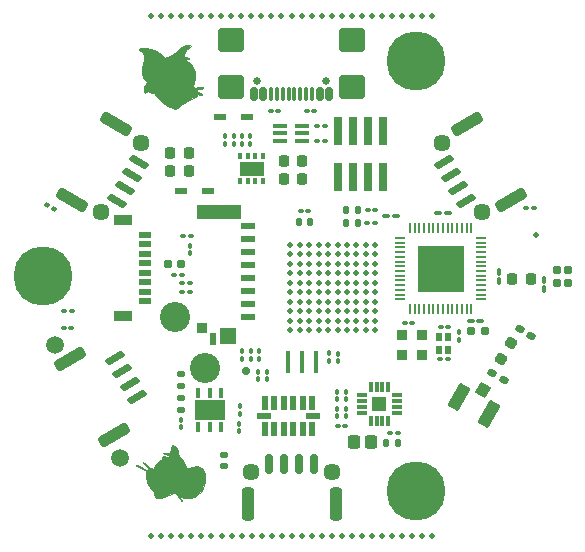
<source format=gbr>
%TF.GenerationSoftware,KiCad,Pcbnew,9.0.5*%
%TF.CreationDate,2025-10-20T13:37:52+02:00*%
%TF.ProjectId,PCB_PAPI,5043425f-5041-4504-992e-6b696361645f,rev?*%
%TF.SameCoordinates,Original*%
%TF.FileFunction,Soldermask,Top*%
%TF.FilePolarity,Negative*%
%FSLAX46Y46*%
G04 Gerber Fmt 4.6, Leading zero omitted, Abs format (unit mm)*
G04 Created by KiCad (PCBNEW 9.0.5) date 2025-10-20 13:37:52*
%MOMM*%
%LPD*%
G01*
G04 APERTURE LIST*
G04 Aperture macros list*
%AMRoundRect*
0 Rectangle with rounded corners*
0 $1 Rounding radius*
0 $2 $3 $4 $5 $6 $7 $8 $9 X,Y pos of 4 corners*
0 Add a 4 corners polygon primitive as box body*
4,1,4,$2,$3,$4,$5,$6,$7,$8,$9,$2,$3,0*
0 Add four circle primitives for the rounded corners*
1,1,$1+$1,$2,$3*
1,1,$1+$1,$4,$5*
1,1,$1+$1,$6,$7*
1,1,$1+$1,$8,$9*
0 Add four rect primitives between the rounded corners*
20,1,$1+$1,$2,$3,$4,$5,0*
20,1,$1+$1,$4,$5,$6,$7,0*
20,1,$1+$1,$6,$7,$8,$9,0*
20,1,$1+$1,$8,$9,$2,$3,0*%
%AMRotRect*
0 Rectangle, with rotation*
0 The origin of the aperture is its center*
0 $1 length*
0 $2 width*
0 $3 Rotation angle, in degrees counterclockwise*
0 Add horizontal line*
21,1,$1,$2,0,0,$3*%
G04 Aperture macros list end*
%ADD10C,0.100000*%
%ADD11C,0.650000*%
%ADD12RoundRect,0.150000X0.150000X0.425000X-0.150000X0.425000X-0.150000X-0.425000X0.150000X-0.425000X0*%
%ADD13RoundRect,0.075000X0.075000X0.500000X-0.075000X0.500000X-0.075000X-0.500000X0.075000X-0.500000X0*%
%ADD14RoundRect,0.250000X0.840000X0.750000X-0.840000X0.750000X-0.840000X-0.750000X0.840000X-0.750000X0*%
%ADD15C,0.500000*%
%ADD16RoundRect,0.100000X-0.100000X0.130000X-0.100000X-0.130000X0.100000X-0.130000X0.100000X0.130000X0*%
%ADD17RoundRect,0.155000X-0.261530X-0.027984X0.106530X-0.240484X0.261530X0.027984X-0.106530X0.240484X0*%
%ADD18RoundRect,0.150000X0.531218X-0.479904X0.681218X-0.220096X-0.531218X0.479904X-0.681218X0.220096X0*%
%ADD19RoundRect,0.250000X0.870929X-0.791506X1.120929X-0.358494X-0.870929X0.791506X-1.120929X0.358494X0*%
%ADD20RoundRect,0.100000X0.130000X0.100000X-0.130000X0.100000X-0.130000X-0.100000X0.130000X-0.100000X0*%
%ADD21RoundRect,0.147500X0.147500X0.172500X-0.147500X0.172500X-0.147500X-0.172500X0.147500X-0.172500X0*%
%ADD22RoundRect,0.100000X-0.130000X-0.100000X0.130000X-0.100000X0.130000X0.100000X-0.130000X0.100000X0*%
%ADD23RoundRect,0.100000X-0.162583X-0.021603X0.062583X-0.151603X0.162583X0.021603X-0.062583X0.151603X0*%
%ADD24RoundRect,0.150000X-0.681218X-0.220096X-0.531218X-0.479904X0.681218X0.220096X0.531218X0.479904X0*%
%ADD25RoundRect,0.250000X-1.120929X-0.358494X-0.870929X-0.791506X1.120929X0.358494X0.870929X0.791506X0*%
%ADD26RoundRect,0.100000X0.100000X-0.130000X0.100000X0.130000X-0.100000X0.130000X-0.100000X-0.130000X0*%
%ADD27R,0.410000X0.510000*%
%ADD28R,2.000000X1.200000*%
%ADD29RoundRect,0.155000X-0.212500X-0.155000X0.212500X-0.155000X0.212500X0.155000X-0.212500X0.155000X0*%
%ADD30RoundRect,0.140000X0.170000X-0.140000X0.170000X0.140000X-0.170000X0.140000X-0.170000X-0.140000X0*%
%ADD31C,0.800000*%
%ADD32C,5.000000*%
%ADD33RoundRect,0.225000X0.225000X0.250000X-0.225000X0.250000X-0.225000X-0.250000X0.225000X-0.250000X0*%
%ADD34RotRect,1.050000X2.200000X150.000000*%
%ADD35RotRect,1.000000X1.050000X150.000000*%
%ADD36RoundRect,0.140000X0.140000X0.170000X-0.140000X0.170000X-0.140000X-0.170000X0.140000X-0.170000X0*%
%ADD37RoundRect,0.100000X-0.100000X0.217500X-0.100000X-0.217500X0.100000X-0.217500X0.100000X0.217500X0*%
%ADD38RoundRect,0.147500X-0.147500X-0.172500X0.147500X-0.172500X0.147500X0.172500X-0.147500X0.172500X0*%
%ADD39C,0.470000*%
%ADD40RoundRect,0.225000X-0.225000X-0.250000X0.225000X-0.250000X0.225000X0.250000X-0.225000X0.250000X0*%
%ADD41RoundRect,0.100000X-0.217500X-0.100000X0.217500X-0.100000X0.217500X0.100000X-0.217500X0.100000X0*%
%ADD42RoundRect,0.100000X0.217500X0.100000X-0.217500X0.100000X-0.217500X-0.100000X0.217500X-0.100000X0*%
%ADD43R,0.740000X2.400000*%
%ADD44R,1.085000X0.550000*%
%ADD45RoundRect,0.147500X-0.172500X0.147500X-0.172500X-0.147500X0.172500X-0.147500X0.172500X0.147500X0*%
%ADD46RoundRect,0.250000X-0.295000X-0.315000X0.295000X-0.315000X0.295000X0.315000X-0.295000X0.315000X0*%
%ADD47R,0.550000X1.145000*%
%ADD48R,1.145000X0.550000*%
%ADD49R,1.250000X0.600000*%
%ADD50R,3.790000X1.200000*%
%ADD51R,1.400000X1.450000*%
%ADD52R,0.600000X1.000000*%
%ADD53R,0.850000X0.950000*%
%ADD54R,0.300000X0.850000*%
%ADD55R,2.500000X1.700000*%
%ADD56R,0.400000X1.900000*%
%ADD57RoundRect,0.150000X0.150000X0.700000X-0.150000X0.700000X-0.150000X-0.700000X0.150000X-0.700000X0*%
%ADD58RoundRect,0.250000X0.250000X1.150000X-0.250000X1.150000X-0.250000X-1.150000X0.250000X-1.150000X0*%
%ADD59RoundRect,0.218750X-0.112544X0.317568X-0.331294X-0.061318X0.112544X-0.317568X0.331294X0.061318X0*%
%ADD60RoundRect,0.155000X0.212500X0.155000X-0.212500X0.155000X-0.212500X-0.155000X0.212500X-0.155000X0*%
%ADD61R,1.200000X0.400000*%
%ADD62RoundRect,0.150000X0.681218X0.220096X0.531218X0.479904X-0.681218X-0.220096X-0.531218X-0.479904X0*%
%ADD63RoundRect,0.250000X1.120929X0.358494X0.870929X0.791506X-1.120929X-0.358494X-0.870929X-0.791506X0*%
%ADD64RoundRect,0.100000X0.100000X-0.217500X0.100000X0.217500X-0.100000X0.217500X-0.100000X-0.217500X0*%
%ADD65RoundRect,0.155000X-0.155000X0.212500X-0.155000X-0.212500X0.155000X-0.212500X0.155000X0.212500X0*%
%ADD66RoundRect,0.050000X0.350000X0.050000X-0.350000X0.050000X-0.350000X-0.050000X0.350000X-0.050000X0*%
%ADD67RoundRect,0.050000X0.050000X0.350000X-0.050000X0.350000X-0.050000X-0.350000X0.050000X-0.350000X0*%
%ADD68R,4.000000X4.000000*%
%ADD69R,0.900000X0.900000*%
%ADD70R,0.550000X0.750000*%
%ADD71R,1.000000X0.500000*%
%ADD72R,1.600000X0.900000*%
%ADD73C,0.700000*%
%ADD74R,0.850000X0.300000*%
%ADD75R,1.250000X1.250000*%
%ADD76RoundRect,0.218750X0.218750X0.256250X-0.218750X0.256250X-0.218750X-0.256250X0.218750X-0.256250X0*%
%ADD77C,1.450000*%
%ADD78C,2.550000*%
%ADD79C,1.500000*%
G04 APERTURE END LIST*
D10*
X120480000Y-63510000D02*
X120090000Y-63910000D01*
X119920000Y-64240000D01*
X119920000Y-64420000D01*
X119960000Y-64450000D01*
X120030000Y-64480000D01*
X120170000Y-64520000D01*
X120260000Y-64560000D01*
X120280000Y-64590000D01*
X120280000Y-64630000D01*
X120210000Y-64630000D01*
X119910000Y-64590000D01*
X119900000Y-64620000D01*
X119920000Y-64680000D01*
X120025000Y-64750000D01*
X120120000Y-64800000D01*
X120200000Y-64860000D01*
X120310000Y-64910000D01*
X120420000Y-64980000D01*
X120530000Y-65090000D01*
X120690000Y-65410000D01*
X120820000Y-65780000D01*
X120850000Y-66070000D01*
X120830000Y-66250000D01*
X120650000Y-66950000D01*
X120680000Y-66980000D01*
X120860000Y-67090000D01*
X120930000Y-67070000D01*
X121040000Y-67050000D01*
X121250000Y-67030000D01*
X121470000Y-67030000D01*
X121530000Y-67050000D01*
X121510000Y-67110000D01*
X121420000Y-67150000D01*
X121030000Y-67180000D01*
X120950000Y-67200000D01*
X120960000Y-67260000D01*
X121010000Y-67450000D01*
X121080000Y-67470000D01*
X121290000Y-67560000D01*
X121410000Y-67620000D01*
X121430000Y-67660000D01*
X121420000Y-67700000D01*
X121260000Y-67680000D01*
X121090000Y-67590000D01*
X121030000Y-67570000D01*
X121010000Y-67610000D01*
X120990000Y-67700000D01*
X120920000Y-67830000D01*
X120520000Y-68010000D01*
X120380000Y-68090000D01*
X120190000Y-68230000D01*
X119980000Y-68350000D01*
X119710000Y-68480000D01*
X119600000Y-68590000D01*
X119500000Y-68710000D01*
X119390000Y-68810000D01*
X119160000Y-68880000D01*
X118940000Y-68820000D01*
X118680000Y-68690000D01*
X118520000Y-68600000D01*
X118350000Y-68540000D01*
X117990000Y-68240000D01*
X117850000Y-68080000D01*
X117710000Y-67940000D01*
X117650000Y-67875000D01*
X117530000Y-67750000D01*
X117360000Y-67560000D01*
X117130000Y-67500000D01*
X117000000Y-67480000D01*
X116910000Y-67410000D01*
X116860000Y-67390000D01*
X116780000Y-67410000D01*
X116680000Y-67460000D01*
X116570000Y-67490000D01*
X116540000Y-67370000D01*
X116540000Y-67230000D01*
X116550000Y-67060000D01*
X116640000Y-66780000D01*
X116740000Y-66610000D01*
X116660000Y-66520000D01*
X116550000Y-66370000D01*
X116410000Y-66140000D01*
X116360000Y-65910000D01*
X116340000Y-65680000D01*
X116370000Y-65400000D01*
X116510000Y-64730000D01*
X116550000Y-64380000D01*
X116410000Y-64060000D01*
X116250000Y-63960000D01*
X116110000Y-63910000D01*
X116130000Y-63820000D01*
X116290000Y-63720000D01*
X116600000Y-63730000D01*
X117120000Y-63780000D01*
X117600000Y-64000000D01*
X118310000Y-64570000D01*
X118440000Y-64500000D01*
X118720000Y-64390000D01*
X118910000Y-64300000D01*
X119170000Y-64150000D01*
X119550000Y-63700000D01*
X120050000Y-63490000D01*
X120400000Y-63450000D01*
X120480000Y-63510000D01*
G36*
X120480000Y-63510000D02*
G01*
X120090000Y-63910000D01*
X119920000Y-64240000D01*
X119920000Y-64420000D01*
X119960000Y-64450000D01*
X120030000Y-64480000D01*
X120170000Y-64520000D01*
X120260000Y-64560000D01*
X120280000Y-64590000D01*
X120280000Y-64630000D01*
X120210000Y-64630000D01*
X119910000Y-64590000D01*
X119900000Y-64620000D01*
X119920000Y-64680000D01*
X120025000Y-64750000D01*
X120120000Y-64800000D01*
X120200000Y-64860000D01*
X120310000Y-64910000D01*
X120420000Y-64980000D01*
X120530000Y-65090000D01*
X120690000Y-65410000D01*
X120820000Y-65780000D01*
X120850000Y-66070000D01*
X120830000Y-66250000D01*
X120650000Y-66950000D01*
X120680000Y-66980000D01*
X120860000Y-67090000D01*
X120930000Y-67070000D01*
X121040000Y-67050000D01*
X121250000Y-67030000D01*
X121470000Y-67030000D01*
X121530000Y-67050000D01*
X121510000Y-67110000D01*
X121420000Y-67150000D01*
X121030000Y-67180000D01*
X120950000Y-67200000D01*
X120960000Y-67260000D01*
X121010000Y-67450000D01*
X121080000Y-67470000D01*
X121290000Y-67560000D01*
X121410000Y-67620000D01*
X121430000Y-67660000D01*
X121420000Y-67700000D01*
X121260000Y-67680000D01*
X121090000Y-67590000D01*
X121030000Y-67570000D01*
X121010000Y-67610000D01*
X120990000Y-67700000D01*
X120920000Y-67830000D01*
X120520000Y-68010000D01*
X120380000Y-68090000D01*
X120190000Y-68230000D01*
X119980000Y-68350000D01*
X119710000Y-68480000D01*
X119600000Y-68590000D01*
X119500000Y-68710000D01*
X119390000Y-68810000D01*
X119160000Y-68880000D01*
X118940000Y-68820000D01*
X118680000Y-68690000D01*
X118520000Y-68600000D01*
X118350000Y-68540000D01*
X117990000Y-68240000D01*
X117850000Y-68080000D01*
X117710000Y-67940000D01*
X117650000Y-67875000D01*
X117530000Y-67750000D01*
X117360000Y-67560000D01*
X117130000Y-67500000D01*
X117000000Y-67480000D01*
X116910000Y-67410000D01*
X116860000Y-67390000D01*
X116780000Y-67410000D01*
X116680000Y-67460000D01*
X116570000Y-67490000D01*
X116540000Y-67370000D01*
X116540000Y-67230000D01*
X116550000Y-67060000D01*
X116640000Y-66780000D01*
X116740000Y-66610000D01*
X116660000Y-66520000D01*
X116550000Y-66370000D01*
X116410000Y-66140000D01*
X116360000Y-65910000D01*
X116340000Y-65680000D01*
X116370000Y-65400000D01*
X116510000Y-64730000D01*
X116550000Y-64380000D01*
X116410000Y-64060000D01*
X116250000Y-63960000D01*
X116110000Y-63910000D01*
X116130000Y-63820000D01*
X116290000Y-63720000D01*
X116600000Y-63730000D01*
X117120000Y-63780000D01*
X117600000Y-64000000D01*
X118310000Y-64570000D01*
X118440000Y-64500000D01*
X118720000Y-64390000D01*
X118910000Y-64300000D01*
X119170000Y-64150000D01*
X119550000Y-63700000D01*
X120050000Y-63490000D01*
X120400000Y-63450000D01*
X120480000Y-63510000D01*
G37*
X119040000Y-97400000D02*
X119190000Y-97530000D01*
X119280000Y-97660000D01*
X119350000Y-97810000D01*
X119430000Y-98030000D01*
X119470000Y-98240000D01*
X119530000Y-98340000D01*
X119660000Y-98460000D01*
X119880000Y-98760000D01*
X120050000Y-99160000D01*
X120120000Y-99270000D01*
X120240000Y-99280000D01*
X120620000Y-99170000D01*
X120980000Y-99100000D01*
X121190000Y-99150000D01*
X121380000Y-99270000D01*
X121540000Y-99470000D01*
X121660000Y-99740000D01*
X121700000Y-100050000D01*
X121690000Y-100340000D01*
X121620000Y-100690000D01*
X121470000Y-101010000D01*
X121300000Y-101300000D01*
X121070000Y-101510000D01*
X120800000Y-101690000D01*
X120430000Y-101810000D01*
X119990000Y-101820000D01*
X119610000Y-101750000D01*
X119560000Y-101730000D01*
X119550000Y-101740000D01*
X119590000Y-101780000D01*
X119710000Y-101990000D01*
X119720000Y-102020000D01*
X119720000Y-102070000D01*
X119670000Y-102070000D01*
X119610000Y-102010000D01*
X119480847Y-101825000D01*
X119320000Y-101600000D01*
X119200000Y-101450000D01*
X119150000Y-101400000D01*
X119120000Y-101400000D01*
X119060000Y-101430000D01*
X118640000Y-101540000D01*
X118410000Y-101620000D01*
X118300000Y-101700000D01*
X118170000Y-101730000D01*
X117950000Y-101830000D01*
X117790000Y-101850000D01*
X117690000Y-101840000D01*
X117540000Y-101780000D01*
X117460000Y-101680000D01*
X117400000Y-101540000D01*
X117360000Y-101400000D01*
X117350000Y-101280000D01*
X117140000Y-101060000D01*
X116950000Y-100760000D01*
X116800000Y-100460000D01*
X116740000Y-100290000D01*
X116690000Y-100110000D01*
X116670000Y-99980000D01*
X116670000Y-99810000D01*
X116700000Y-99670000D01*
X116710000Y-99580000D01*
X116680000Y-99530000D01*
X116450000Y-99400000D01*
X116060000Y-99210000D01*
X115860000Y-99110000D01*
X115820000Y-99070000D01*
X115820000Y-99030000D01*
X115870000Y-99020000D01*
X115920000Y-99030000D01*
X116070000Y-99100000D01*
X116450000Y-99260000D01*
X116690000Y-99410000D01*
X116770000Y-99430000D01*
X116800000Y-99410000D01*
X116840000Y-99360000D01*
X116860000Y-99320000D01*
X116830000Y-99250000D01*
X116430000Y-98830000D01*
X116420000Y-98800000D01*
X116430000Y-98770000D01*
X116460000Y-98770000D01*
X116650000Y-98910000D01*
X116980000Y-99250000D01*
X117020000Y-99260000D01*
X117120000Y-99260000D01*
X117230000Y-99280000D01*
X117290000Y-99320000D01*
X117330000Y-99320000D01*
X117380000Y-99250000D01*
X117460000Y-99080000D01*
X117550000Y-98930000D01*
X117660000Y-98780000D01*
X117790000Y-98670000D01*
X117950000Y-98560000D01*
X118000000Y-98510000D01*
X118150000Y-98270000D01*
X118210000Y-98270000D01*
X118500000Y-98320000D01*
X118570000Y-98320000D01*
X118590000Y-98290000D01*
X118610000Y-98210000D01*
X118570000Y-98170000D01*
X118300000Y-98080000D01*
X118190000Y-98050000D01*
X118150000Y-98030000D01*
X118130000Y-97980000D01*
X118170000Y-97970000D01*
X118260000Y-97970000D01*
X118380000Y-97980000D01*
X118580000Y-98010000D01*
X118680000Y-98030000D01*
X118720000Y-98000000D01*
X118770000Y-97780000D01*
X118790000Y-97610000D01*
X118840000Y-97420000D01*
X118890000Y-97360000D01*
X118950000Y-97360000D01*
X119040000Y-97400000D01*
G36*
X119040000Y-97400000D02*
G01*
X119190000Y-97530000D01*
X119280000Y-97660000D01*
X119350000Y-97810000D01*
X119430000Y-98030000D01*
X119470000Y-98240000D01*
X119530000Y-98340000D01*
X119660000Y-98460000D01*
X119880000Y-98760000D01*
X120050000Y-99160000D01*
X120120000Y-99270000D01*
X120240000Y-99280000D01*
X120620000Y-99170000D01*
X120980000Y-99100000D01*
X121190000Y-99150000D01*
X121380000Y-99270000D01*
X121540000Y-99470000D01*
X121660000Y-99740000D01*
X121700000Y-100050000D01*
X121690000Y-100340000D01*
X121620000Y-100690000D01*
X121470000Y-101010000D01*
X121300000Y-101300000D01*
X121070000Y-101510000D01*
X120800000Y-101690000D01*
X120430000Y-101810000D01*
X119990000Y-101820000D01*
X119610000Y-101750000D01*
X119560000Y-101730000D01*
X119550000Y-101740000D01*
X119590000Y-101780000D01*
X119710000Y-101990000D01*
X119720000Y-102020000D01*
X119720000Y-102070000D01*
X119670000Y-102070000D01*
X119610000Y-102010000D01*
X119480847Y-101825000D01*
X119320000Y-101600000D01*
X119200000Y-101450000D01*
X119150000Y-101400000D01*
X119120000Y-101400000D01*
X119060000Y-101430000D01*
X118640000Y-101540000D01*
X118410000Y-101620000D01*
X118300000Y-101700000D01*
X118170000Y-101730000D01*
X117950000Y-101830000D01*
X117790000Y-101850000D01*
X117690000Y-101840000D01*
X117540000Y-101780000D01*
X117460000Y-101680000D01*
X117400000Y-101540000D01*
X117360000Y-101400000D01*
X117350000Y-101280000D01*
X117140000Y-101060000D01*
X116950000Y-100760000D01*
X116800000Y-100460000D01*
X116740000Y-100290000D01*
X116690000Y-100110000D01*
X116670000Y-99980000D01*
X116670000Y-99810000D01*
X116700000Y-99670000D01*
X116710000Y-99580000D01*
X116680000Y-99530000D01*
X116450000Y-99400000D01*
X116060000Y-99210000D01*
X115860000Y-99110000D01*
X115820000Y-99070000D01*
X115820000Y-99030000D01*
X115870000Y-99020000D01*
X115920000Y-99030000D01*
X116070000Y-99100000D01*
X116450000Y-99260000D01*
X116690000Y-99410000D01*
X116770000Y-99430000D01*
X116800000Y-99410000D01*
X116840000Y-99360000D01*
X116860000Y-99320000D01*
X116830000Y-99250000D01*
X116430000Y-98830000D01*
X116420000Y-98800000D01*
X116430000Y-98770000D01*
X116460000Y-98770000D01*
X116650000Y-98910000D01*
X116980000Y-99250000D01*
X117020000Y-99260000D01*
X117120000Y-99260000D01*
X117230000Y-99280000D01*
X117290000Y-99320000D01*
X117330000Y-99320000D01*
X117380000Y-99250000D01*
X117460000Y-99080000D01*
X117550000Y-98930000D01*
X117660000Y-98780000D01*
X117790000Y-98670000D01*
X117950000Y-98560000D01*
X118000000Y-98510000D01*
X118150000Y-98270000D01*
X118210000Y-98270000D01*
X118500000Y-98320000D01*
X118570000Y-98320000D01*
X118590000Y-98290000D01*
X118610000Y-98210000D01*
X118570000Y-98170000D01*
X118300000Y-98080000D01*
X118190000Y-98050000D01*
X118150000Y-98030000D01*
X118130000Y-97980000D01*
X118170000Y-97970000D01*
X118260000Y-97970000D01*
X118380000Y-97980000D01*
X118580000Y-98010000D01*
X118680000Y-98030000D01*
X118720000Y-98000000D01*
X118770000Y-97780000D01*
X118790000Y-97610000D01*
X118840000Y-97420000D01*
X118890000Y-97360000D01*
X118950000Y-97360000D01*
X119040000Y-97400000D01*
G37*
D11*
%TO.C,J1*%
X131890000Y-66505000D03*
X126110000Y-66505000D03*
D12*
X132200000Y-67580000D03*
X131400000Y-67580000D03*
D13*
X130250000Y-67580000D03*
X129250000Y-67580000D03*
X128750000Y-67580000D03*
X127750000Y-67580000D03*
D12*
X126600000Y-67580000D03*
X125800000Y-67580000D03*
X125800000Y-67580000D03*
X126600000Y-67580000D03*
D13*
X127250000Y-67580000D03*
X128250000Y-67580000D03*
X129750000Y-67580000D03*
X130750000Y-67580000D03*
D12*
X131400000Y-67580000D03*
X132200000Y-67580000D03*
D14*
X134110000Y-67005000D03*
X134110000Y-63075000D03*
X123890000Y-67005000D03*
X123890000Y-63075000D03*
%TD*%
D15*
%TO.C,REF\u002A\u002A*%
X140075000Y-105025000D03*
X140925000Y-105025000D03*
%TD*%
%TO.C,REF\u002A\u002A*%
X138375000Y-105025000D03*
X139225000Y-105025000D03*
%TD*%
%TO.C,REF\u002A\u002A*%
X134125000Y-105025000D03*
X134975000Y-105025000D03*
X135825000Y-105025000D03*
X136675000Y-105025000D03*
X137525000Y-105025000D03*
%TD*%
%TO.C,REF\u002A\u002A*%
X129875000Y-105025000D03*
X130725000Y-105025000D03*
X131575000Y-105025000D03*
X132425000Y-105025000D03*
X133275000Y-105025000D03*
%TD*%
%TO.C,REF\u002A\u002A*%
X125625000Y-105025000D03*
X126475000Y-105025000D03*
X127325000Y-105025000D03*
X128175000Y-105025000D03*
X129025000Y-105025000D03*
%TD*%
%TO.C,REF\u002A\u002A*%
X121375000Y-105025000D03*
X122225000Y-105025000D03*
X123075000Y-105025000D03*
X123925000Y-105025000D03*
X124775000Y-105025000D03*
%TD*%
%TO.C,REF\u002A\u002A*%
X117125000Y-105025000D03*
X117975000Y-105025000D03*
X118825000Y-105025000D03*
X119675000Y-105025000D03*
X120525000Y-105025000D03*
%TD*%
%TO.C,REF\u002A\u002A*%
X140050000Y-61000000D03*
X140900000Y-61000000D03*
%TD*%
%TO.C,REF\u002A\u002A*%
X138350000Y-61000000D03*
X139200000Y-61000000D03*
%TD*%
%TO.C,REF\u002A\u002A*%
X134100000Y-61000000D03*
X134950000Y-61000000D03*
X135800000Y-61000000D03*
X136650000Y-61000000D03*
X137500000Y-61000000D03*
%TD*%
%TO.C,REF\u002A\u002A*%
X129850000Y-61000000D03*
X130700000Y-61000000D03*
X131550000Y-61000000D03*
X132400000Y-61000000D03*
X133250000Y-61000000D03*
%TD*%
%TO.C,REF\u002A\u002A*%
X125600000Y-61000000D03*
X126450000Y-61000000D03*
X127300000Y-61000000D03*
X128150000Y-61000000D03*
X129000000Y-61000000D03*
%TD*%
%TO.C,REF\u002A\u002A*%
X121350000Y-61000000D03*
X122200000Y-61000000D03*
X123050000Y-61000000D03*
X123900000Y-61000000D03*
X124750000Y-61000000D03*
%TD*%
%TO.C,REF\u002A\u002A*%
X117100000Y-61000000D03*
X117950000Y-61000000D03*
X118800000Y-61000000D03*
X119650000Y-61000000D03*
X120500000Y-61000000D03*
%TD*%
D16*
%TO.C,R20*%
X124800000Y-71200000D03*
X124800000Y-71840000D03*
%TD*%
D17*
%TO.C,C69*%
X148308531Y-87516250D03*
X149291469Y-88083750D03*
%TD*%
D18*
%TO.C,TOF3*%
X114248756Y-76648798D03*
X114873756Y-75566266D03*
X115498756Y-74483734D03*
X116123756Y-73401202D03*
D19*
X110422571Y-76575945D03*
X114147571Y-70124055D03*
%TD*%
D20*
%TO.C,C29*%
X119720000Y-82900000D03*
X119080000Y-82900000D03*
%TD*%
D21*
%TO.C,LEDRED1*%
X130591205Y-78467982D03*
X129621205Y-78467982D03*
%TD*%
D22*
%TO.C,C40*%
X141620000Y-87310000D03*
X142260000Y-87310000D03*
%TD*%
D23*
%TO.C,R24*%
X108327872Y-77031340D03*
X108882128Y-77351340D03*
%TD*%
D24*
%TO.C,TOF1*%
X141876244Y-73401202D03*
X142501244Y-74483734D03*
X143126244Y-75566266D03*
X143751244Y-76648798D03*
D25*
X143852429Y-70124055D03*
X147577429Y-76575945D03*
%TD*%
D20*
%TO.C,R45*%
X110370000Y-87400000D03*
X109730000Y-87400000D03*
%TD*%
D26*
%TO.C,R2*%
X125540000Y-90020000D03*
X125540000Y-89380000D03*
%TD*%
D27*
%TO.C,IC2*%
X124650000Y-75000000D03*
X125300000Y-75000000D03*
X125950000Y-75000000D03*
X126600000Y-75000000D03*
X126600000Y-72900000D03*
X125950000Y-72900000D03*
X125300000Y-72900000D03*
X124650000Y-72900000D03*
D28*
X125625000Y-73950000D03*
%TD*%
D29*
%TO.C,C62*%
X144232500Y-87700000D03*
X145367500Y-87700000D03*
%TD*%
D20*
%TO.C,R33*%
X149490000Y-77300000D03*
X148850000Y-77300000D03*
%TD*%
D16*
%TO.C,R19*%
X124100000Y-71200000D03*
X124100000Y-71840000D03*
%TD*%
D30*
%TO.C,C22*%
X119650000Y-92310000D03*
X119650000Y-91350000D03*
%TD*%
D31*
%TO.C,H1*%
X137625000Y-101186533D03*
X138174175Y-99860708D03*
X138174175Y-102512358D03*
X139500000Y-99311533D03*
D32*
X139500000Y-101186533D03*
D31*
X139500000Y-103061533D03*
X140825825Y-99860708D03*
X140825825Y-102512358D03*
X141375000Y-101186533D03*
%TD*%
D33*
%TO.C,C21*%
X120300000Y-72600000D03*
X118750000Y-72600000D03*
%TD*%
D34*
%TO.C,J2*%
X145727387Y-94712500D03*
X143172613Y-93237500D03*
D35*
X145212500Y-92654311D03*
%TD*%
D22*
%TO.C,R38*%
X119755000Y-83650000D03*
X120395000Y-83650000D03*
%TD*%
D20*
%TO.C,C39*%
X139240000Y-87000000D03*
X138600000Y-87000000D03*
%TD*%
D36*
%TO.C,C45*%
X137980000Y-97200000D03*
X137020000Y-97200000D03*
%TD*%
D37*
%TO.C,C63*%
X150400000Y-83342500D03*
X150400000Y-84157500D03*
%TD*%
D16*
%TO.C,R30*%
X133600000Y-94255000D03*
X133600000Y-94895000D03*
%TD*%
D38*
%TO.C,LEDBLUE1*%
X133640000Y-77407982D03*
X134610000Y-77407982D03*
%TD*%
D22*
%TO.C,R10*%
X131180000Y-71600000D03*
X131820000Y-71600000D03*
%TD*%
D26*
%TO.C,C26*%
X123400000Y-71840000D03*
X123400000Y-71200000D03*
%TD*%
D20*
%TO.C,R4*%
X136080000Y-77430000D03*
X135440000Y-77430000D03*
%TD*%
D39*
%TO.C,U1*%
X128900000Y-87600000D03*
X128900000Y-86800000D03*
X128900000Y-86000000D03*
X128900000Y-85200000D03*
X128900000Y-84400000D03*
X128900000Y-83600000D03*
X128900000Y-82800000D03*
X128900000Y-82000000D03*
X128900000Y-81200000D03*
X128900000Y-80400000D03*
X129700000Y-87600000D03*
X129700000Y-86800000D03*
X129700000Y-86000000D03*
X129700000Y-85200000D03*
X129700000Y-84400000D03*
X129700000Y-83600000D03*
X129700000Y-82800000D03*
X129700000Y-82000000D03*
X129700000Y-81200000D03*
X129700000Y-80400000D03*
X130500000Y-87600000D03*
X130500000Y-86800000D03*
X130500000Y-86000000D03*
X130500000Y-85200000D03*
X130500000Y-84400000D03*
X130500000Y-83600000D03*
X130500000Y-82800000D03*
X130500000Y-82000000D03*
X130500000Y-81200000D03*
X130500000Y-80400000D03*
X131300000Y-87600000D03*
X131300000Y-86800000D03*
X131300000Y-86000000D03*
X131300000Y-85200000D03*
X131300000Y-84400000D03*
X131300000Y-83600000D03*
X131300000Y-82800000D03*
X131300000Y-82000000D03*
X131300000Y-81200000D03*
X131300000Y-80400000D03*
X132100000Y-87600000D03*
X132100000Y-86800000D03*
X132100000Y-86000000D03*
X132100000Y-85200000D03*
X132100000Y-84400000D03*
X132100000Y-83600000D03*
X132100000Y-82800000D03*
X132100000Y-82000000D03*
X132100000Y-81200000D03*
X132100000Y-80400000D03*
X132900000Y-87600000D03*
X132900000Y-86800000D03*
X132900000Y-86000000D03*
X132900000Y-85200000D03*
X132900000Y-84400000D03*
X132900000Y-83600000D03*
X132900000Y-82800000D03*
X132900000Y-82000000D03*
X132900000Y-81200000D03*
X132900000Y-80400000D03*
X133700000Y-87600000D03*
X133700000Y-86800000D03*
X133700000Y-86000000D03*
X133700000Y-85200000D03*
X133700000Y-84400000D03*
X133700000Y-83600000D03*
X133700000Y-82800000D03*
X133700000Y-82000000D03*
X133700000Y-81200000D03*
X133700000Y-80400000D03*
X134500000Y-87600000D03*
X134500000Y-86800000D03*
X134500000Y-86000000D03*
X134500000Y-85200000D03*
X134500000Y-84400000D03*
X134500000Y-83600000D03*
X134500000Y-82800000D03*
X134500000Y-82000000D03*
X134500000Y-81200000D03*
X134500000Y-80400000D03*
X135300000Y-87600000D03*
X135300000Y-86800000D03*
X135300000Y-86000000D03*
X135300000Y-85200000D03*
X135300000Y-84400000D03*
X135300000Y-83600000D03*
X135300000Y-82800000D03*
X135300000Y-82000000D03*
X135300000Y-81200000D03*
X135300000Y-80400000D03*
X136100000Y-87600000D03*
X136100000Y-86800000D03*
X136100000Y-86000000D03*
X136100000Y-85200000D03*
X136100000Y-84400000D03*
X136100000Y-83600000D03*
X136100000Y-82800000D03*
X136100000Y-82000000D03*
X136100000Y-81200000D03*
X136100000Y-80400000D03*
%TD*%
D40*
%TO.C,C27*%
X128350000Y-74800000D03*
X129900000Y-74800000D03*
%TD*%
D41*
%TO.C,C67*%
X141392500Y-77650000D03*
X142207500Y-77650000D03*
%TD*%
D20*
%TO.C,R3*%
X136070000Y-78527982D03*
X135430000Y-78527982D03*
%TD*%
D42*
%TO.C,C31*%
X137854170Y-77950000D03*
X137039170Y-77950000D03*
%TD*%
D26*
%TO.C,C1*%
X126270000Y-90030000D03*
X126270000Y-89390000D03*
%TD*%
D43*
%TO.C,USBJUMP1*%
X132895000Y-74650000D03*
X132895000Y-70750000D03*
X134165000Y-74650000D03*
X134165000Y-70750000D03*
X135435000Y-74650000D03*
X135435000Y-70750000D03*
X136705000Y-74650000D03*
X136705000Y-70750000D03*
%TD*%
D22*
%TO.C,R29*%
X119810000Y-79675000D03*
X120450000Y-79675000D03*
%TD*%
D44*
%TO.C,D3*%
X122985000Y-69525000D03*
X125265000Y-69525000D03*
%TD*%
%TO.C,D2*%
X121940000Y-75800000D03*
X119660000Y-75800000D03*
%TD*%
D45*
%TO.C,LEDRED2*%
X119640000Y-93375000D03*
X119640000Y-94345000D03*
%TD*%
D16*
%TO.C,R40*%
X120425000Y-80455000D03*
X120425000Y-81095000D03*
%TD*%
D46*
%TO.C,C43*%
X134273705Y-97100000D03*
X135703705Y-97100000D03*
%TD*%
D20*
%TO.C,C42*%
X133543705Y-95687982D03*
X132903705Y-95687982D03*
%TD*%
D47*
%TO.C,IC5*%
X126743705Y-95993982D03*
X127543705Y-95993982D03*
X128343705Y-95993982D03*
X129143705Y-95993982D03*
X129943705Y-95993982D03*
X130743705Y-95993982D03*
D48*
X130841705Y-94895982D03*
D47*
X130743705Y-93797982D03*
X129943705Y-93797982D03*
X129143705Y-93797982D03*
X128343705Y-93797982D03*
X127543705Y-93797982D03*
X126743705Y-93797982D03*
D48*
X126645705Y-94895982D03*
%TD*%
D31*
%TO.C,H3*%
X137625000Y-64813467D03*
X138174175Y-63487642D03*
X138174175Y-66139292D03*
X139500000Y-62938467D03*
D32*
X139500000Y-64813467D03*
D31*
X139500000Y-66688467D03*
X140825825Y-63487642D03*
X140825825Y-66139292D03*
X141375000Y-64813467D03*
%TD*%
D16*
%TO.C,R22*%
X143150000Y-87780000D03*
X143150000Y-88420000D03*
%TD*%
D49*
%TO.C,J4*%
X125350000Y-86475000D03*
X125350000Y-85375000D03*
X125350000Y-84275000D03*
X125350000Y-83175000D03*
X125350000Y-82075000D03*
X125350000Y-80975000D03*
X125350000Y-79875000D03*
X125350000Y-78775000D03*
D50*
X122870000Y-77625000D03*
D51*
X123625000Y-88100000D03*
D52*
X122375000Y-88325000D03*
D53*
X121400000Y-87400000D03*
%TD*%
D22*
%TO.C,R9*%
X131180000Y-70300000D03*
X131820000Y-70300000D03*
%TD*%
D54*
%TO.C,IC3*%
X123025000Y-92940000D03*
X122075000Y-92940000D03*
X121125000Y-92940000D03*
X121125000Y-95840000D03*
X122075000Y-95840000D03*
X123025000Y-95840000D03*
D55*
X122075000Y-94390000D03*
%TD*%
D17*
%TO.C,C70*%
X146008531Y-91266250D03*
X146991469Y-91833750D03*
%TD*%
D22*
%TO.C,R17*%
X129783705Y-77517982D03*
X130423705Y-77517982D03*
%TD*%
D41*
%TO.C,C65*%
X144185000Y-86850000D03*
X145000000Y-86850000D03*
%TD*%
D33*
%TO.C,C23*%
X120300000Y-74100000D03*
X118750000Y-74100000D03*
%TD*%
D56*
%TO.C,Y1*%
X128703705Y-90297982D03*
X129903705Y-90297982D03*
X131103705Y-90297982D03*
%TD*%
D26*
%TO.C,R21*%
X125500000Y-71840000D03*
X125500000Y-71200000D03*
%TD*%
D57*
%TO.C,TOF2*%
X130875000Y-98950000D03*
X129625000Y-98950000D03*
X128375000Y-98950000D03*
X127125000Y-98950000D03*
D58*
X132725000Y-102300000D03*
X125275000Y-102300000D03*
%TD*%
D59*
%TO.C,L5*%
X147543750Y-88668005D03*
X146756250Y-90031995D03*
%TD*%
D40*
%TO.C,C25*%
X128350000Y-73300000D03*
X129900000Y-73300000D03*
%TD*%
D20*
%TO.C,C44*%
X137988705Y-96327982D03*
X137348705Y-96327982D03*
%TD*%
D16*
%TO.C,R31*%
X133585000Y-92805000D03*
X133585000Y-93445000D03*
%TD*%
%TO.C,R1*%
X124810000Y-89380000D03*
X124810000Y-90020000D03*
%TD*%
D60*
%TO.C,C28*%
X119667500Y-82000000D03*
X118532500Y-82000000D03*
%TD*%
D61*
%TO.C,D1*%
X129900000Y-71600000D03*
X129900000Y-70950000D03*
X129900000Y-70300000D03*
X128000000Y-70300000D03*
X128000000Y-70950000D03*
X128000000Y-71600000D03*
%TD*%
D62*
%TO.C,LIDAR1*%
X115929955Y-93246780D03*
X115304955Y-92164248D03*
X114679955Y-91081716D03*
X114054955Y-89999184D03*
D63*
X113953769Y-96523927D03*
X110228769Y-90072037D03*
%TD*%
D26*
%TO.C,C5*%
X126890000Y-91760000D03*
X126890000Y-91120000D03*
%TD*%
D64*
%TO.C,C66*%
X146550000Y-83457500D03*
X146550000Y-82642500D03*
%TD*%
D26*
%TO.C,C9*%
X132963705Y-90230000D03*
X132963705Y-89590000D03*
%TD*%
D16*
%TO.C,R6*%
X126180000Y-91120000D03*
X126180000Y-91760000D03*
%TD*%
D26*
%TO.C,R18*%
X119640000Y-95820000D03*
X119640000Y-95180000D03*
%TD*%
D38*
%TO.C,LEDGREEN1*%
X133640000Y-78520000D03*
X134610000Y-78520000D03*
%TD*%
D22*
%TO.C,R8*%
X127223705Y-69020000D03*
X127863705Y-69020000D03*
%TD*%
%TO.C,R7*%
X130280000Y-69090000D03*
X130920000Y-69090000D03*
%TD*%
D26*
%TO.C,R5*%
X132203705Y-90220000D03*
X132203705Y-89580000D03*
%TD*%
D65*
%TO.C,C60*%
X151450000Y-82482500D03*
X151450000Y-83617500D03*
%TD*%
D22*
%TO.C,C38*%
X141570000Y-90060000D03*
X142210000Y-90060000D03*
%TD*%
D26*
%TO.C,C41*%
X124593705Y-96167982D03*
X124593705Y-95527982D03*
%TD*%
D30*
%TO.C,C24*%
X123310000Y-99100000D03*
X123310000Y-98140000D03*
%TD*%
D16*
%TO.C,R25*%
X124603705Y-94027982D03*
X124603705Y-94667982D03*
%TD*%
D65*
%TO.C,C47*%
X152400000Y-82482500D03*
X152400000Y-83617500D03*
%TD*%
D66*
%TO.C,U5*%
X145070000Y-85000000D03*
X145070000Y-84600000D03*
X145070000Y-84200000D03*
X145070000Y-83800000D03*
X145070000Y-83400000D03*
X145070000Y-83000000D03*
X145070000Y-82600000D03*
X145070000Y-82200000D03*
X145070000Y-81800000D03*
X145070000Y-81400000D03*
X145070000Y-81000000D03*
X145070000Y-80600000D03*
X145070000Y-80200000D03*
X145070000Y-79800000D03*
D67*
X144220000Y-78950000D03*
X143820000Y-78950000D03*
X143420000Y-78950000D03*
X143020000Y-78950000D03*
X142620000Y-78950000D03*
X142220000Y-78950000D03*
X141820000Y-78950000D03*
X141420000Y-78950000D03*
X141020000Y-78950000D03*
X140620000Y-78950000D03*
X140220000Y-78950000D03*
X139820000Y-78950000D03*
X139420000Y-78950000D03*
X139020000Y-78950000D03*
D66*
X138170000Y-79800000D03*
X138170000Y-80200000D03*
X138170000Y-80600000D03*
X138170000Y-81000000D03*
X138170000Y-81400000D03*
X138170000Y-81800000D03*
X138170000Y-82200000D03*
X138170000Y-82600000D03*
X138170000Y-83000000D03*
X138170000Y-83400000D03*
X138170000Y-83800000D03*
X138170000Y-84200000D03*
X138170000Y-84600000D03*
X138170000Y-85000000D03*
D67*
X139020000Y-85850000D03*
X139420000Y-85850000D03*
X139820000Y-85850000D03*
X140220000Y-85850000D03*
X140620000Y-85850000D03*
X141020000Y-85850000D03*
X141420000Y-85850000D03*
X141820000Y-85850000D03*
X142220000Y-85850000D03*
X142620000Y-85850000D03*
X143020000Y-85850000D03*
X143420000Y-85850000D03*
X143820000Y-85850000D03*
X144220000Y-85850000D03*
D68*
X141620000Y-82400000D03*
%TD*%
D31*
%TO.C,H2*%
X106125000Y-83000000D03*
X106674175Y-81674175D03*
X106674175Y-84325825D03*
X108000000Y-81125000D03*
D32*
X108000000Y-83000000D03*
D31*
X108000000Y-84875000D03*
X109325825Y-81674175D03*
X109325825Y-84325825D03*
X109875000Y-83000000D03*
%TD*%
D69*
%TO.C,LED1*%
X140075000Y-89750000D03*
X138375000Y-89750000D03*
X138375000Y-88050000D03*
X140075000Y-88050000D03*
%TD*%
D70*
%TO.C,Y2*%
X142275000Y-89250000D03*
X142275000Y-88150000D03*
X141525000Y-88150000D03*
X141525000Y-89250000D03*
%TD*%
D26*
%TO.C,R28*%
X132863705Y-94897982D03*
X132863705Y-94257982D03*
%TD*%
D20*
%TO.C,R42*%
X110420000Y-85975000D03*
X109780000Y-85975000D03*
%TD*%
D71*
%TO.C,J6*%
X116620000Y-79550000D03*
X116620000Y-80350000D03*
X116620000Y-81150000D03*
X116620000Y-81950000D03*
X116620000Y-82750000D03*
X116620000Y-83550000D03*
X116620000Y-84350000D03*
X116620000Y-85150000D03*
D72*
X114700000Y-78300000D03*
X114700000Y-86400000D03*
%TD*%
D22*
%TO.C,R34*%
X119755000Y-84400000D03*
X120395000Y-84400000D03*
%TD*%
D26*
%TO.C,R32*%
X132875000Y-93445000D03*
X132875000Y-92805000D03*
%TD*%
D73*
%TO.C,TP1*%
X125130000Y-91100000D03*
%TD*%
D74*
%TO.C,IC6*%
X135000000Y-93100000D03*
X135000000Y-93600000D03*
X135000000Y-94100000D03*
X135000000Y-94600000D03*
D54*
X135700000Y-95300000D03*
X136200000Y-95300000D03*
X136700000Y-95300000D03*
X137200000Y-95300000D03*
D74*
X137900000Y-94600000D03*
X137900000Y-94100000D03*
X137900000Y-93600000D03*
X137900000Y-93100000D03*
D54*
X137200000Y-92400000D03*
X136700000Y-92400000D03*
X136200000Y-92400000D03*
X135700000Y-92400000D03*
D75*
X136450000Y-93850000D03*
%TD*%
D76*
%TO.C,L4*%
X149237500Y-83300000D03*
X147662500Y-83300000D03*
%TD*%
D77*
%TO.C,J9*%
X116280038Y-71730514D03*
X112880038Y-77619486D03*
%TD*%
%TO.C,J7*%
X145119962Y-77619486D03*
X141719962Y-71730514D03*
%TD*%
%TO.C,J8*%
X125600000Y-99650000D03*
X132400000Y-99650000D03*
%TD*%
D78*
%TO.C,J3*%
X119173647Y-86476918D03*
X121673647Y-90807046D03*
D79*
X114513393Y-98405122D03*
X109013393Y-88878842D03*
%TD*%
D15*
%TO.C,MK2*%
X149709264Y-79553423D03*
%TD*%
M02*

</source>
